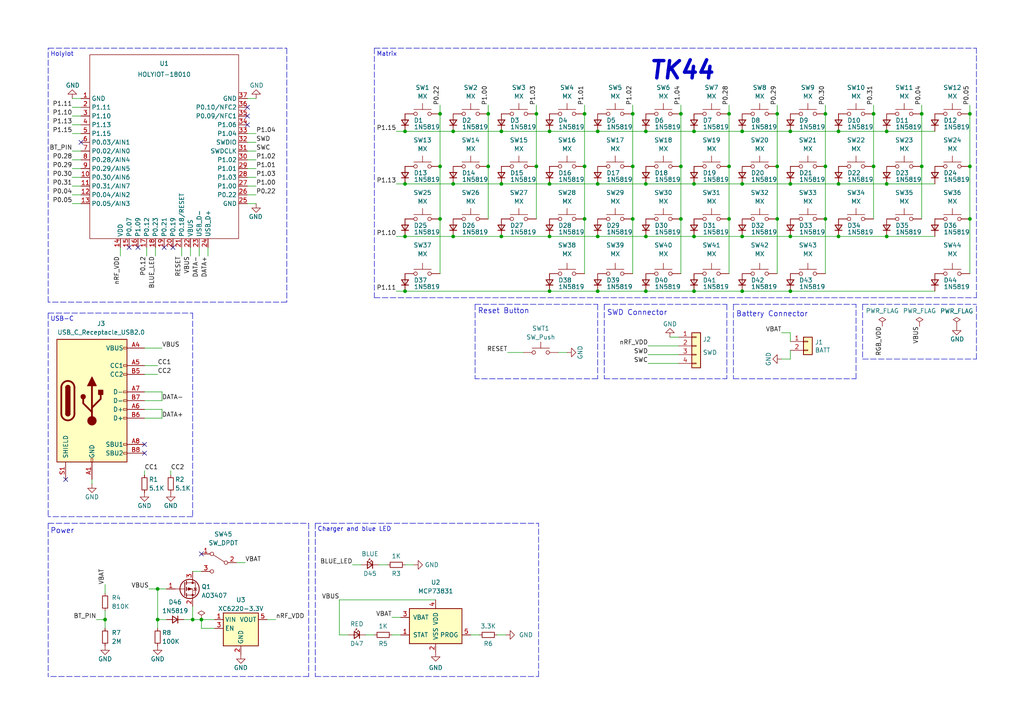
<source format=kicad_sch>
(kicad_sch (version 20211123) (generator eeschema)
  (paper "A4")
  (junction (at 201.295 38.1))
  (junction (at 141.605 48.26))
  (junction (at 131.445 38.1))
  (junction (at 211.455 63.5))
  (junction (at 243.205 68.58))
  (junction (at 197.485 33.02))
  (junction (at 257.175 68.58))
  (junction (at 281.305 48.26))
  (junction (at 173.355 53.34))
  (junction (at 239.395 33.02))
  (junction (at 211.455 48.26))
  (junction (at 159.385 53.34))
  (junction (at 55.88 179.705) (diameter 0.9144))
  (junction (at 159.385 38.1))
  (junction (at 243.205 38.1))
  (junction (at 145.415 68.58))
  (junction (at 173.355 38.1))
  (junction (at 257.175 53.34))
  (junction (at 201.295 53.34))
  (junction (at 215.265 68.58))
  (junction (at 187.325 38.1))
  (junction (at 281.305 33.02))
  (junction (at 183.515 33.02))
  (junction (at 211.455 33.02))
  (junction (at 131.445 68.58))
  (junction (at 215.265 53.34))
  (junction (at 187.325 68.58))
  (junction (at 145.415 38.1))
  (junction (at 127.635 63.5))
  (junction (at 45.72 170.815) (diameter 0.9144))
  (junction (at 183.515 48.26))
  (junction (at 169.545 48.26))
  (junction (at 253.365 48.26))
  (junction (at 229.235 68.58))
  (junction (at 201.295 68.58))
  (junction (at 173.355 68.58))
  (junction (at 243.205 53.34))
  (junction (at 215.265 84.455))
  (junction (at 169.545 33.02))
  (junction (at 229.235 84.455))
  (junction (at 30.48 179.705))
  (junction (at 239.395 63.5))
  (junction (at 155.575 48.26))
  (junction (at 145.415 53.34))
  (junction (at 187.325 53.34))
  (junction (at 197.485 63.5))
  (junction (at 117.475 84.455))
  (junction (at 225.425 63.5))
  (junction (at 173.355 84.455))
  (junction (at 253.365 33.02))
  (junction (at 117.475 68.58))
  (junction (at 127.635 33.02))
  (junction (at 169.545 63.5))
  (junction (at 197.485 48.26))
  (junction (at 201.295 84.455))
  (junction (at 155.575 33.02))
  (junction (at 141.605 33.02))
  (junction (at 159.385 68.58))
  (junction (at 257.175 38.1))
  (junction (at 187.325 84.455))
  (junction (at 267.335 48.26))
  (junction (at 267.335 33.02))
  (junction (at 117.475 53.34))
  (junction (at 215.265 38.1))
  (junction (at 229.235 38.1))
  (junction (at 159.385 84.455))
  (junction (at 45.72 179.705) (diameter 0.9144))
  (junction (at 225.425 33.02))
  (junction (at 281.305 63.5))
  (junction (at 225.425 48.26))
  (junction (at 229.235 53.34))
  (junction (at 127.635 48.26))
  (junction (at 117.475 38.1))
  (junction (at 183.515 63.5))
  (junction (at 239.395 48.26))
  (junction (at 131.445 53.34))
  (junction (at 58.42 179.705) (diameter 0.9144))
  (no_connect (at 41.91 128.905))
  (no_connect (at 58.42 160.655))
  (no_connect (at 37.465 71.755))
  (no_connect (at 47.625 71.755))
  (no_connect (at 23.495 41.275))
  (no_connect (at 50.165 71.755))
  (no_connect (at 19.05 139.065))
  (no_connect (at 41.91 131.445))
  (no_connect (at 40.005 71.755))
  (no_connect (at 71.755 33.655))
  (no_connect (at 71.755 31.115))
  (no_connect (at 71.755 36.195))
  (polyline (pts (xy 283.21 104.14) (xy 283.21 88.265)))
  (wire (pts (xy 57.785 71.755) (xy 57.785 74.295)))
  (polyline (pts (xy 55.88 90.805) (xy 55.88 149.86)))
  (wire (pts (xy 155.575 33.02) (xy 155.575 48.26)))
  (wire (pts (xy 58.42 182.245) (xy 62.23 182.245)))
  (polyline (pts (xy 55.88 149.86) (xy 13.97 149.86)) (stroke (width 0) (type dash)))
  (wire (pts (xy 30.48 177.165) (xy 30.48 179.705)))
  (wire (pts (xy 159.385 68.58) (xy 173.355 68.58)))
  (polyline (pts (xy 91.44 151.765) (xy 91.44 196.215)))
  (wire (pts (xy 113.665 179.07) (xy 116.205 179.07)))
  (polyline (pts (xy 250.19 88.265) (xy 250.19 104.14)))
  (wire (pts (xy 211.455 30.48) (xy 211.455 33.02)))
  (wire (pts (xy 229.235 104.14) (xy 226.695 104.14)))
  (wire (pts (xy 239.395 33.02) (xy 239.395 48.26)))
  (polyline (pts (xy 210.82 88.265) (xy 210.82 109.855)))
  (wire (pts (xy 215.265 53.34) (xy 229.235 53.34)))
  (wire (pts (xy 253.365 33.02) (xy 253.365 48.26)))
  (wire (pts (xy 114.935 84.455) (xy 117.475 84.455)))
  (wire (pts (xy 55.88 179.705) (xy 58.42 179.705)))
  (wire (pts (xy 267.335 33.02) (xy 267.335 48.26)))
  (wire (pts (xy 197.485 48.26) (xy 197.485 63.5)))
  (wire (pts (xy 145.415 38.1) (xy 159.385 38.1)))
  (wire (pts (xy 211.455 63.5) (xy 211.455 79.375)))
  (polyline (pts (xy 212.725 88.265) (xy 248.285 88.265)) (stroke (width 0) (type dash)))
  (wire (pts (xy 267.335 30.48) (xy 267.335 33.02)))
  (polyline (pts (xy 248.285 109.855) (xy 248.285 88.265)))
  (wire (pts (xy 98.425 173.99) (xy 98.425 184.15)))
  (wire (pts (xy 141.605 48.26) (xy 141.605 63.5)))
  (polyline (pts (xy 13.97 151.765) (xy 89.535 151.765)))
  (wire (pts (xy 20.955 51.435) (xy 23.495 51.435)))
  (wire (pts (xy 161.925 102.235) (xy 164.465 102.235)))
  (wire (pts (xy 20.955 56.515) (xy 23.495 56.515)))
  (wire (pts (xy 41.91 116.205) (xy 46.99 116.205)))
  (wire (pts (xy 71.755 48.895) (xy 74.295 48.895)))
  (wire (pts (xy 159.385 53.34) (xy 173.355 53.34)))
  (wire (pts (xy 52.705 71.755) (xy 52.705 74.295)))
  (wire (pts (xy 131.445 68.58) (xy 145.415 68.58)))
  (wire (pts (xy 173.355 38.1) (xy 187.325 38.1)))
  (wire (pts (xy 98.425 173.99) (xy 126.365 173.99)))
  (wire (pts (xy 187.96 100.33) (xy 196.85 100.33)))
  (wire (pts (xy 187.96 105.41) (xy 196.85 105.41)))
  (wire (pts (xy 201.295 38.1) (xy 215.265 38.1)))
  (wire (pts (xy 20.955 53.975) (xy 23.495 53.975)))
  (wire (pts (xy 20.955 59.055) (xy 23.495 59.055)))
  (wire (pts (xy 145.415 68.58) (xy 159.385 68.58)))
  (wire (pts (xy 211.455 33.02) (xy 211.455 48.26)))
  (wire (pts (xy 281.305 30.48) (xy 281.305 33.02)))
  (wire (pts (xy 49.53 136.525) (xy 49.53 137.795)))
  (polyline (pts (xy 13.97 151.765) (xy 13.97 196.215)))
  (wire (pts (xy 41.91 113.665) (xy 46.99 113.665)))
  (wire (pts (xy 30.48 179.705) (xy 30.48 182.245)))
  (polyline (pts (xy 173.355 109.855) (xy 137.795 109.855)))
  (wire (pts (xy 229.235 84.455) (xy 271.145 84.455)))
  (wire (pts (xy 243.205 68.58) (xy 257.175 68.58)))
  (wire (pts (xy 155.575 48.26) (xy 155.575 63.5)))
  (wire (pts (xy 71.755 59.055) (xy 74.295 59.055)))
  (wire (pts (xy 187.325 84.455) (xy 201.295 84.455)))
  (wire (pts (xy 131.445 53.34) (xy 145.415 53.34)))
  (polyline (pts (xy 13.97 13.97) (xy 83.185 13.97)))
  (wire (pts (xy 41.91 100.965) (xy 46.99 100.965)))
  (wire (pts (xy 20.955 43.815) (xy 23.495 43.815)))
  (wire (pts (xy 187.325 68.58) (xy 201.295 68.58)))
  (wire (pts (xy 267.335 48.26) (xy 267.335 63.5)))
  (wire (pts (xy 136.525 184.15) (xy 139.065 184.15)))
  (wire (pts (xy 20.955 33.655) (xy 23.495 33.655)))
  (wire (pts (xy 41.91 136.525) (xy 41.91 137.795)))
  (wire (pts (xy 20.955 38.735) (xy 23.495 38.735)))
  (wire (pts (xy 253.365 48.26) (xy 253.365 63.5)))
  (wire (pts (xy 173.355 84.455) (xy 187.325 84.455)))
  (wire (pts (xy 253.365 30.48) (xy 253.365 33.02)))
  (wire (pts (xy 243.205 53.34) (xy 257.175 53.34)))
  (wire (pts (xy 211.455 48.26) (xy 211.455 63.5)))
  (wire (pts (xy 229.235 101.6) (xy 229.235 104.14)))
  (wire (pts (xy 183.515 30.48) (xy 183.515 33.02)))
  (polyline (pts (xy 108.585 13.97) (xy 283.21 13.97)))
  (wire (pts (xy 26.67 139.065) (xy 26.67 140.335)))
  (polyline (pts (xy 175.26 88.265) (xy 210.82 88.265)) (stroke (width 0) (type dash)))
  (wire (pts (xy 187.96 102.87) (xy 196.85 102.87)))
  (wire (pts (xy 215.265 38.1) (xy 229.235 38.1)))
  (wire (pts (xy 71.755 28.575) (xy 74.295 28.575)))
  (polyline (pts (xy 13.97 87.63) (xy 13.97 13.97)))
  (wire (pts (xy 53.34 179.705) (xy 55.88 179.705)))
  (wire (pts (xy 225.425 30.48) (xy 225.425 33.02)))
  (wire (pts (xy 77.47 179.705) (xy 80.01 179.705)))
  (wire (pts (xy 239.395 30.48) (xy 239.395 33.02)))
  (wire (pts (xy 102.235 163.83) (xy 104.775 163.83)))
  (wire (pts (xy 257.175 68.58) (xy 271.145 68.58)))
  (wire (pts (xy 127.635 33.02) (xy 127.635 48.26)))
  (wire (pts (xy 71.755 38.735) (xy 74.295 38.735)))
  (wire (pts (xy 41.91 121.285) (xy 46.99 121.285)))
  (wire (pts (xy 114.935 68.58) (xy 117.475 68.58)))
  (wire (pts (xy 281.305 48.26) (xy 281.305 63.5)))
  (wire (pts (xy 201.295 84.455) (xy 215.265 84.455)))
  (wire (pts (xy 55.245 71.755) (xy 55.245 74.295)))
  (wire (pts (xy 229.235 38.1) (xy 243.205 38.1)))
  (wire (pts (xy 147.193 102.235) (xy 151.765 102.235)))
  (wire (pts (xy 215.265 84.455) (xy 229.235 84.455)))
  (polyline (pts (xy 212.725 109.855) (xy 248.285 109.855)))
  (wire (pts (xy 20.955 28.575) (xy 23.495 28.575)))
  (wire (pts (xy 243.205 38.1) (xy 257.175 38.1)))
  (wire (pts (xy 45.72 179.705) (xy 45.72 182.245)))
  (wire (pts (xy 106.045 184.15) (xy 108.585 184.15)))
  (wire (pts (xy 257.175 38.1) (xy 271.145 38.1)))
  (wire (pts (xy 46.99 113.665) (xy 46.99 116.205)))
  (polyline (pts (xy 89.535 196.215) (xy 13.97 196.215)))
  (wire (pts (xy 257.175 53.34) (xy 271.145 53.34)))
  (wire (pts (xy 127.635 30.48) (xy 127.635 33.02)))
  (wire (pts (xy 20.955 31.115) (xy 23.495 31.115)))
  (polyline (pts (xy 91.44 196.215) (xy 156.21 196.215)))
  (polyline (pts (xy 83.185 13.97) (xy 83.185 87.63)))
  (wire (pts (xy 173.355 68.58) (xy 187.325 68.58)))
  (wire (pts (xy 239.395 63.5) (xy 239.395 79.375)))
  (wire (pts (xy 187.325 53.34) (xy 201.295 53.34)))
  (wire (pts (xy 114.935 38.1) (xy 117.475 38.1)))
  (wire (pts (xy 58.42 179.705) (xy 62.23 179.705)))
  (polyline (pts (xy 250.19 104.14) (xy 283.21 104.14)))
  (wire (pts (xy 159.385 84.455) (xy 173.355 84.455)))
  (wire (pts (xy 41.91 108.585) (xy 45.72 108.585)))
  (polyline (pts (xy 175.26 109.855) (xy 210.82 109.855)) (stroke (width 0) (type dash)))
  (polyline (pts (xy 156.21 196.215) (xy 156.21 151.765)))
  (wire (pts (xy 42.545 71.755) (xy 42.545 74.295)))
  (wire (pts (xy 71.755 53.975) (xy 74.295 53.975)))
  (wire (pts (xy 68.58 163.195) (xy 71.12 163.195)))
  (wire (pts (xy 46.99 118.745) (xy 46.99 121.285)))
  (wire (pts (xy 229.235 99.06) (xy 229.235 96.52)))
  (wire (pts (xy 109.855 163.83) (xy 112.395 163.83)))
  (wire (pts (xy 45.085 71.755) (xy 45.085 74.295)))
  (wire (pts (xy 141.605 33.02) (xy 141.605 48.26)))
  (wire (pts (xy 187.325 38.1) (xy 201.295 38.1)))
  (wire (pts (xy 117.475 163.83) (xy 120.015 163.83)))
  (wire (pts (xy 197.485 63.5) (xy 197.485 79.375)))
  (wire (pts (xy 20.955 36.195) (xy 23.495 36.195)))
  (wire (pts (xy 71.755 41.275) (xy 74.295 41.275)))
  (polyline (pts (xy 83.185 87.63) (xy 13.97 87.63)))
  (wire (pts (xy 117.475 84.455) (xy 159.385 84.455)))
  (wire (pts (xy 225.425 48.26) (xy 225.425 63.5)))
  (wire (pts (xy 113.665 184.15) (xy 116.205 184.15)))
  (wire (pts (xy 20.955 46.355) (xy 23.495 46.355)))
  (wire (pts (xy 55.88 165.735) (xy 58.42 165.735)))
  (wire (pts (xy 144.145 184.15) (xy 146.685 184.15)))
  (wire (pts (xy 229.235 68.58) (xy 243.205 68.58)))
  (wire (pts (xy 169.545 30.48) (xy 169.545 33.02)))
  (polyline (pts (xy 89.535 151.765) (xy 89.535 196.215)))
  (wire (pts (xy 60.325 71.755) (xy 60.325 74.295)))
  (wire (pts (xy 117.475 38.1) (xy 131.445 38.1)))
  (wire (pts (xy 197.485 30.48) (xy 197.485 33.02)))
  (polyline (pts (xy 13.97 90.805) (xy 13.97 149.86)))
  (wire (pts (xy 41.91 106.045) (xy 45.72 106.045)))
  (wire (pts (xy 71.755 56.515) (xy 74.295 56.515)))
  (wire (pts (xy 98.425 184.15) (xy 100.965 184.15)))
  (wire (pts (xy 155.575 30.48) (xy 155.575 33.02)))
  (wire (pts (xy 127.635 48.26) (xy 127.635 63.5)))
  (wire (pts (xy 201.295 53.34) (xy 215.265 53.34)))
  (polyline (pts (xy 108.585 13.97) (xy 108.585 86.36)))
  (wire (pts (xy 55.88 175.895) (xy 55.88 179.705)))
  (wire (pts (xy 169.545 63.5) (xy 169.545 79.375)))
  (wire (pts (xy 225.425 33.02) (xy 225.425 48.26)))
  (wire (pts (xy 183.515 63.5) (xy 183.515 79.375)))
  (wire (pts (xy 197.485 33.02) (xy 197.485 48.26)))
  (wire (pts (xy 45.72 170.815) (xy 45.72 179.705)))
  (wire (pts (xy 30.48 169.545) (xy 30.48 172.085)))
  (wire (pts (xy 183.515 48.26) (xy 183.515 63.5)))
  (polyline (pts (xy 173.355 88.265) (xy 173.355 109.855)))
  (polyline (pts (xy 212.725 88.265) (xy 212.725 109.855)))
  (wire (pts (xy 145.415 53.34) (xy 159.385 53.34)))
  (wire (pts (xy 114.935 53.34) (xy 117.475 53.34)))
  (wire (pts (xy 127.635 63.5) (xy 127.635 79.375)))
  (polyline (pts (xy 13.97 90.805) (xy 55.88 90.805)) (stroke (width 0) (type dash)))
  (polyline (pts (xy 250.19 88.265) (xy 283.21 88.265)))
  (polyline (pts (xy 108.585 86.36) (xy 283.21 86.36)))
  (wire (pts (xy 141.605 30.48) (xy 141.605 33.02)))
  (wire (pts (xy 20.955 48.895) (xy 23.495 48.895)))
  (wire (pts (xy 58.42 179.705) (xy 58.42 182.245)))
  (wire (pts (xy 71.755 43.815) (xy 74.295 43.815)))
  (polyline (pts (xy 175.26 88.265) (xy 175.26 109.855)))
  (wire (pts (xy 43.18 170.815) (xy 45.72 170.815)))
  (wire (pts (xy 117.475 68.58) (xy 131.445 68.58)))
  (wire (pts (xy 117.475 53.34) (xy 131.445 53.34)))
  (wire (pts (xy 281.305 33.02) (xy 281.305 48.26)))
  (polyline (pts (xy 137.795 88.265) (xy 173.355 88.265)) (stroke (width 0) (type dash)))
  (wire (pts (xy 71.755 51.435) (xy 74.295 51.435)))
  (polyline (pts (xy 91.44 151.765) (xy 156.21 151.765)))
  (wire (pts (xy 194.31 97.79) (xy 196.85 97.79)))
  (wire (pts (xy 45.72 170.815) (xy 48.26 170.815)))
  (wire (pts (xy 34.925 71.755) (xy 34.925 74.295)))
  (wire (pts (xy 239.395 48.26) (xy 239.395 63.5)))
  (wire (pts (xy 45.72 179.705) (xy 48.26 179.705)))
  (polyline (pts (xy 283.21 86.36) (xy 283.21 13.97)))
  (wire (pts (xy 225.425 63.5) (xy 225.425 79.375)))
  (wire (pts (xy 169.545 33.02) (xy 169.545 48.26)))
  (wire (pts (xy 281.305 63.5) (xy 281.305 79.375)))
  (wire (pts (xy 159.385 38.1) (xy 173.355 38.1)))
  (wire (pts (xy 27.94 179.705) (xy 30.48 179.705)))
  (wire (pts (xy 71.755 46.355) (xy 74.295 46.355)))
  (wire (pts (xy 169.545 48.26) (xy 169.545 63.5)))
  (polyline (pts (xy 137.795 88.265) (xy 137.795 109.855)))
  (wire (pts (xy 215.265 68.58) (xy 229.235 68.58)))
  (wire (pts (xy 229.235 96.52) (xy 226.695 96.52)))
  (wire (pts (xy 201.295 68.58) (xy 215.265 68.58)))
  (wire (pts (xy 183.515 33.02) (xy 183.515 48.26)))
  (wire (pts (xy 131.445 38.1) (xy 145.415 38.1)))
  (wire (pts (xy 229.235 53.34) (xy 243.205 53.34)))
  (wire (pts (xy 173.355 53.34) (xy 187.325 53.34)))
  (wire (pts (xy 41.91 118.745) (xy 46.99 118.745)))
  (text "HolyIot" (at 14.605 16.51 0) (effects (font (size 1.27 1.27)) (justify left bottom)))
  (text "USB-C" (at 14.605 93.345 0) (effects (font (size 1.27 1.27)) (justify left bottom)))
  (text "Power" (at 14.605 154.94 0) (effects (font (size 1.524 1.524)) (justify left bottom)))
  (text "TK44" (at 187.96 23.495 0) (effects (font (size 5 5) (thickness 1) bold italic) (justify left bottom)))
  (text "SWD Сonnector" (at 176.022 91.694 0) (effects (font (size 1.524 1.524)) (justify left bottom)))
  (text "Reset Button" (at 138.557 91.186 0) (effects (font (size 1.524 1.524)) (justify left bottom)))
  (text "Battery Сonnector" (at 213.487 92.075 0) (effects (font (size 1.524 1.524)) (justify left bottom)))
  (text "Charger and blue LED" (at 92.075 154.305 0) (effects (font (size 1.27 1.27)) (justify left bottom)))
  (text "Matrix" (at 109.22 16.51 0) (effects (font (size 1.27 1.27)) (justify left bottom)))
  (label "P1.00" (at 74.295 53.975 0))
  (label "P1.03" (at 74.295 51.435 0))
  (label "P0.29" (at 225.425 30.48 90))
  (label "DATA+" (at 60.325 74.295 270))
  (label "nRF_VDD" (at 187.96 100.33 180))
  (label "P1.10" (at 20.955 33.655 180))
  (label "SWC" (at 187.96 105.41 180))
  (label "P1.15" (at 114.935 38.1 180))
  (label "P1.02" (at 74.295 46.355 0))
  (label "P0.04" (at 267.335 30.48 90))
  (label "P0.28" (at 20.955 46.355 180))
  (label "P1.15" (at 20.955 38.735 180))
  (label "P0.31" (at 253.365 30.48 90))
  (label "P0.28" (at 211.455 30.48 90))
  (label "P1.02" (at 183.515 30.48 90))
  (label "P0.22" (at 74.295 56.515 0))
  (label "CC2" (at 49.53 136.525 0))
  (label "P0.29" (at 20.955 48.895 180))
  (label "VBAT" (at 71.12 163.195 0))
  (label "P0.05" (at 281.305 30.48 90))
  (label "P1.11" (at 114.935 84.455 180))
  (label "CC2" (at 45.72 108.585 0))
  (label "DATA-" (at 57.785 74.295 270))
  (label "VBAT" (at 226.695 96.52 180))
  (label "SWC" (at 74.295 43.815 0))
  (label "P1.04" (at 74.295 38.735 0))
  (label "VBUS" (at 266.7 94.615 270))
  (label "DATA+" (at 46.99 121.285 0))
  (label "P1.10" (at 114.935 68.58 180))
  (label "RGB_VDD" (at 255.905 94.615 270))
  (label "SWD" (at 74.295 41.275 0))
  (label "VBUS" (at 46.99 100.965 0))
  (label "P1.01" (at 169.545 30.48 90))
  (label "DATA-" (at 46.99 116.205 0))
  (label "VBUS" (at 98.425 173.99 180))
  (label "nRF_VDD" (at 34.925 74.295 270))
  (label "P1.11" (at 20.955 31.115 180))
  (label "BT_PIN" (at 20.955 43.815 180))
  (label "BLUE_LED" (at 45.085 74.295 270))
  (label "nRF_VDD" (at 80.01 179.705 0))
  (label "VBUS" (at 43.18 170.815 180))
  (label "P0.30" (at 20.955 51.435 180))
  (label "BT_PIN" (at 27.94 179.705 180))
  (label "P1.13" (at 114.935 53.34 180))
  (label "CC1" (at 41.91 136.525 0))
  (label "RESET" (at 147.193 102.235 180))
  (label "P0.04" (at 20.955 56.515 180))
  (label "P0.31" (at 20.955 53.975 180))
  (label "P0.22" (at 127.635 30.48 90))
  (label "P1.13" (at 20.955 36.195 180))
  (label "P1.03" (at 155.575 30.48 90))
  (label "RESET" (at 52.705 74.295 270))
  (label "P1.00" (at 141.605 30.48 90))
  (label "P0.05" (at 20.955 59.055 180))
  (label "VBAT" (at 113.665 179.07 180))
  (label "P0.30" (at 239.395 30.48 90))
  (label "P0.12" (at 42.545 74.295 270))
  (label "CC1" (at 45.72 106.045 0))
  (label "VBAT" (at 30.48 169.545 90))
  (label "VBUS" (at 55.245 74.295 270))
  (label "SWD" (at 187.96 102.87 180))
  (label "P1.01" (at 74.295 48.895 0))
  (label "P1.04" (at 197.485 30.48 90))
  (label "BLUE_LED" (at 102.235 163.83 180))
  (symbol (lib_id "Switch:SW_Push") (at 150.495 33.02 0) (unit 1)
    (property "Reference" "SW3" (at 150.495 25.4 0))
    (property "Value" "MX" (at 150.495 27.94 0))
    (property "Footprint" "TK44:Switch_Mx_Hotswap_1u" (effects hide))
  )
  (symbol (lib_id "Device:D_Small") (at 215.265 35.56 90) (unit 1)
    (property "Reference" "D8" (at 217.805 34.925 90) (effects (justify right)))
    (property "Value" "1N5819" (at 217.805 36.83 90) (effects (justify right)))
    (property "Footprint" "TK44:D_SOD-123" (effects hide))
  )
  (symbol (lib_id "Switch:SW_Push") (at 122.555 63.5 0) (unit 1)
    (property "Reference" "SW25" (at 122.555 55.88 0))
    (property "Value" "MX" (at 122.555 58.42 0))
    (property "Footprint" "TK44:Switch_Mx_Hotswap_1u" (effects hide))
  )
  (symbol (lib_id "Device:D_Small") (at 201.295 81.915 90) (unit 1)
    (property "Reference" "D41" (at 203.835 81.28 90) (effects (justify right)))
    (property "Value" "1N5819" (at 203.835 83.185 90) (effects (justify right)))
    (property "Footprint" "TK44:D_SOD-123" (effects hide))
  )
  (symbol (lib_id "Device:D_Small") (at 117.475 66.04 90) (unit 1)
    (property "Reference" "D25" (at 120.015 65.405 90) (effects (justify right)))
    (property "Value" "1N5819" (at 120.015 67.31 90) (effects (justify right)))
    (property "Footprint" "TK44:D_SOD-123" (effects hide))
  )
  (symbol (lib_id "Device:D_Small") (at 50.8 179.705 180) (unit 1)
    (property "Reference" "D46" (at 50.8 174.625 0))
    (property "Value" "1N5819" (at 50.8 177.165 0))
    (property "Footprint" "TK44:D_SOD-123" (effects hide))
  )
  (symbol (lib_id "Device:R_Small") (at 141.605 184.15 90) (unit 1)
    (property "Reference" "R6" (at 141.605 186.69 90))
    (property "Value" "3.3K" (at 141.605 181.61 90))
    (property "Footprint" "TK44:R_0603" (effects hide))
  )
  (symbol (lib_id "power:GND") (at 146.685 184.15 90) (unit 1)
    (property "Reference" "#PWR012" (effects hide))
    (property "Value" "GND" (at 150.495 184.1499 90) (effects (justify right)))
  )
  (symbol (lib_id "power:GND") (at 277.495 94.615 0) (unit 1)
    (property "Reference" "#PWR04" (effects hide))
    (property "Value" "GND" (at 277.622 98.3742 0))
  )
  (symbol (lib_id "Switch:SW_Push") (at 276.225 48.26 0) (unit 1)
    (property "Reference" "SW24" (at 276.225 40.64 0))
    (property "Value" "MX" (at 276.225 43.18 0))
    (property "Footprint" "TK44:Switch_Mx_Hotswap_1u" (effects hide))
  )
  (symbol (lib_id "Device:D_Small") (at 215.265 50.8 90) (unit 1)
    (property "Reference" "D20" (at 217.805 50.165 90) (effects (justify right)))
    (property "Value" "1N5819" (at 217.805 52.07 90) (effects (justify right)))
    (property "Footprint" "TK44:D_SOD-123" (effects hide))
  )
  (symbol (lib_id "Switch:SW_Push") (at 276.225 33.02 0) (unit 1)
    (property "Reference" "SW12" (at 276.225 25.4 0))
    (property "Value" "MX" (at 276.225 27.94 0))
    (property "Footprint" "TK44:Switch_Mx_Hotswap_1u" (effects hide))
  )
  (symbol (lib_id "power:GND") (at 30.48 187.325 0) (unit 1)
    (property "Reference" "#PWR013" (effects hide))
    (property "Value" "GND" (at 30.48 191.135 0))
  )
  (symbol (lib_id "Device:D_Small") (at 201.295 35.56 90) (unit 1)
    (property "Reference" "D7" (at 203.835 34.925 90) (effects (justify right)))
    (property "Value" "1N5819" (at 203.835 36.83 90) (effects (justify right)))
    (property "Footprint" "TK44:D_SOD-123" (effects hide))
  )
  (symbol (lib_id "Device:D_Small") (at 131.445 50.8 90) (unit 1)
    (property "Reference" "D14" (at 133.985 50.165 90) (effects (justify right)))
    (property "Value" "1N5819" (at 133.985 52.07 90) (effects (justify right)))
    (property "Footprint" "TK44:D_SOD-123" (effects hide))
  )
  (symbol (lib_id "power:GND") (at 126.365 189.23 0) (unit 1)
    (property "Reference" "#PWR015" (effects hide))
    (property "Value" "GND" (at 126.365 193.675 0))
  )
  (symbol (lib_id "Switch:SW_Push") (at 248.285 63.5 0) (unit 1)
    (property "Reference" "SW34" (at 248.285 55.88 0))
    (property "Value" "MX" (at 248.285 58.42 0))
    (property "Footprint" "TK44:Switch_Mx_Hotswap_1u" (effects hide))
  )
  (symbol (lib_id "Device:R_Small") (at 41.91 140.335 0) (unit 1)
    (property "Reference" "R1" (at 43.18 139.0649 0) (effects (justify left)))
    (property "Value" "5.1K" (at 43.18 141.6049 0) (effects (justify left)))
    (property "Footprint" "TK44:R_0603" (effects hide))
  )
  (symbol (lib_id "Switch:SW_Push") (at 192.405 48.26 0) (unit 1)
    (property "Reference" "SW18" (at 192.405 40.64 0))
    (property "Value" "MX" (at 192.405 43.18 0))
    (property "Footprint" "TK44:Switch_Mx_Hotswap_1u" (effects hide))
  )
  (symbol (lib_id "Device:D_Small") (at 243.205 35.56 90) (unit 1)
    (property "Reference" "D10" (at 245.745 34.925 90) (effects (justify right)))
    (property "Value" "1N5819" (at 245.745 36.83 90) (effects (justify right)))
    (property "Footprint" "TK44:D_SOD-123" (effects hide))
  )
  (symbol (lib_id "power:GND") (at 20.955 28.575 180) (unit 1)
    (property "Reference" "#PWR01" (effects hide))
    (property "Value" "GND" (at 19.05 24.765 0) (effects (justify right)))
  )
  (symbol (lib_id "TK44:MSK12C02") (at 63.5 163.195 0) (mirror y) (unit 1)
    (property "Reference" "SW45" (at 64.77 154.94 0))
    (property "Value" "SW_DPDT" (at 64.77 157.48 0))
    (property "Footprint" "TK44:MSK-12C02" (effects hide))
  )
  (symbol (lib_id "Connector:USB_C_Receptacle_USB2.0") (at 26.67 116.205 0) (unit 1)
    (property "Reference" "J3" (at 29.337 93.853 0))
    (property "Value" "USB_C_Receptacle_USB2.0" (at 29.337 96.393 0))
    (property "Footprint" "TK44:USB-C-C168688" (effects hide))
    (property "Datasheet" "https://www.usb.org/sites/default/files/documents/usb_type-c.zip" (effects hide))
  )
  (symbol (lib_id "Switch:SW_Push") (at 234.315 48.26 0) (unit 1)
    (property "Reference" "SW21" (at 234.315 40.64 0))
    (property "Value" "MX" (at 234.315 43.18 0))
    (property "Footprint" "TK44:Switch_Mx_Hotswap_1u" (effects hide))
  )
  (symbol (lib_id "Switch:SW_Push") (at 262.255 63.5 0) (unit 1)
    (property "Reference" "SW35" (at 262.255 55.88 0))
    (property "Value" "MX" (at 262.255 58.42 0))
    (property "Footprint" "TK44:Switch_Mx_Hotswap_1u" (effects hide))
  )
  (symbol (lib_id "Device:D_Small") (at 229.235 81.915 90) (unit 1)
    (property "Reference" "D43" (at 231.775 81.28 90) (effects (justify right)))
    (property "Value" "1N5819" (at 231.775 83.185 90) (effects (justify right)))
    (property "Footprint" "TK44:D_SOD-123" (effects hide))
  )
  (symbol (lib_id "Device:LED_Small") (at 107.315 163.83 0) (mirror y) (unit 1)
    (property "Reference" "D45" (at 107.315 166.37 0))
    (property "Value" "BLUE" (at 107.315 160.655 0))
    (property "Footprint" "TK44:LED_0603" (effects hide))
  )
  (symbol (lib_id "Device:D_Small") (at 117.475 50.8 90) (unit 1)
    (property "Reference" "D13" (at 120.015 50.165 90) (effects (justify right)))
    (property "Value" "1N5819" (at 120.015 52.07 90) (effects (justify right)))
    (property "Footprint" "TK44:D_SOD-123" (effects hide))
  )
  (symbol (lib_id "Device:D_Small") (at 159.385 66.04 90) (unit 1)
    (property "Reference" "D28" (at 161.925 65.405 90) (effects (justify right)))
    (property "Value" "1N5819" (at 161.925 67.31 90) (effects (justify right)))
    (property "Footprint" "TK44:D_SOD-123" (effects hide))
  )
  (symbol (lib_id "TK44:AP2112K-3.3V") (at 69.85 182.245 0) (unit 1)
    (property "Reference" "U3" (at 69.85 173.99 0))
    (property "Value" "XC6220-3.3V" (at 69.85 176.53 0))
    (property "Footprint" "TK44:SOT-23-5" (effects hide))
  )
  (symbol (lib_id "Switch:SW_Push") (at 220.345 79.375 0) (unit 1)
    (property "Reference" "SW42" (at 220.345 71.12 0))
    (property "Value" "MX" (at 220.345 73.66 0))
    (property "Footprint" "TK44:Switch_Mx_Hotswap_1u" (effects hide))
  )
  (symbol (lib_id "power:GND") (at 74.295 59.055 0) (unit 1)
    (property "Reference" "#PWR03" (effects hide))
    (property "Value" "GND" (at 76.2 62.865 0) (effects (justify right)))
  )
  (symbol (lib_id "Switch:SW_Push") (at 164.465 63.5 0) (unit 1)
    (property "Reference" "SW28" (at 164.465 55.88 0))
    (property "Value" "MX" (at 164.465 58.42 0))
    (property "Footprint" "TK44:Switch_Mx_Hotswap_1u" (effects hide))
  )
  (symbol (lib_id "Device:D_Small") (at 159.385 81.915 90) (unit 1)
    (property "Reference" "D38" (at 161.925 81.28 90) (effects (justify right)))
    (property "Value" "1N5819" (at 161.925 83.185 90) (effects (justify right)))
    (property "Footprint" "TK44:D_SOD-123" (effects hide))
  )
  (symbol (lib_id "Switch:SW_Push") (at 192.405 79.375 0) (unit 1)
    (property "Reference" "SW40" (at 192.405 71.12 0))
    (property "Value" "MX" (at 192.405 73.66 0))
    (property "Footprint" "TK44:Switch_Mx_Hotswap_1.25u" (effects hide))
  )
  (symbol (lib_id "Switch:SW_Push") (at 276.225 63.5 0) (unit 1)
    (property "Reference" "SW36" (at 276.225 55.88 0))
    (property "Value" "MX" (at 276.225 58.42 0))
    (property "Footprint" "TK44:Switch_Mx_Hotswap_1u" (effects hide))
  )
  (symbol (lib_id "Device:D_Small") (at 145.415 50.8 90) (unit 1)
    (property "Reference" "D15" (at 147.955 50.165 90) (effects (justify right)))
    (property "Value" "1N5819" (at 147.955 52.07 90) (effects (justify right)))
    (property "Footprint" "TK44:D_SOD-123" (effects hide))
  )
  (symbol (lib_id "Switch:SW_Push") (at 206.375 63.5 0) (unit 1)
    (property "Reference" "SW31" (at 206.375 55.88 0))
    (property "Value" "MX" (at 206.375 58.42 0))
    (property "Footprint" "TK44:Switch_Mx_Hotswap_1u" (effects hide))
  )
  (symbol (lib_id "Battery_Management:MCP73832-2-OT") (at 126.365 181.61 0) (mirror y) (unit 1)
    (property "Reference" "U2" (at 126.365 168.91 0))
    (property "Value" "MCP73831" (at 126.365 171.45 0))
    (property "Footprint" "TK44:SOT-23-5" (effects hide))
    (property "Datasheet" "http://ww1.microchip.com/downloads/en/DeviceDoc/20001984g.pdf" (effects hide))
  )
  (symbol (lib_id "Device:D_Small") (at 271.145 35.56 90) (unit 1)
    (property "Reference" "D12" (at 273.685 34.925 90) (effects (justify right)))
    (property "Value" "1N5819" (at 273.685 36.83 90) (effects (justify right)))
    (property "Footprint" "TK44:D_SOD-123" (effects hide))
  )
  (symbol (lib_id "Device:D_Small") (at 271.145 66.04 90) (unit 1)
    (property "Reference" "D36" (at 273.685 65.405 90) (effects (justify right)))
    (property "Value" "1N5819" (at 273.685 67.31 90) (effects (justify right)))
    (property "Footprint" "TK44:D_SOD-123" (effects hide))
  )
  (symbol (lib_id "Switch:SW_Push") (at 178.435 63.5 0) (unit 1)
    (property "Reference" "SW29" (at 178.435 55.88 0))
    (property "Value" "MX" (at 178.435 58.42 0))
    (property "Footprint" "TK44:Switch_Mx_Hotswap_1u" (effects hide))
  )
  (symbol (lib_id "Device:D_Small") (at 117.475 35.56 90) (unit 1)
    (property "Reference" "D1" (at 120.015 34.925 90) (effects (justify right)))
    (property "Value" "1N5819" (at 120.015 36.83 90) (effects (justify right)))
    (property "Footprint" "TK44:D_SOD-123" (effects hide))
  )
  (symbol (lib_id "power:GND") (at 74.295 28.575 180) (unit 1)
    (property "Reference" "#PWR02" (effects hide))
    (property "Value" "GND" (at 72.39 24.765 0) (effects (justify right)))
  )
  (symbol (lib_id "Switch:SW_Push") (at 178.435 48.26 0) (unit 1)
    (property "Reference" "SW17" (at 178.435 40.64 0))
    (property "Value" "MX" (at 178.435 43.18 0))
    (property "Footprint" "TK44:Switch_Mx_Hotswap_1u" (effects hide))
  )
  (symbol (lib_id "Device:D_Small") (at 243.205 66.04 90) (unit 1)
    (property "Reference" "D34" (at 245.745 65.405 90) (effects (justify right)))
    (property "Value" "1N5819" (at 245.745 67.31 90) (effects (justify right)))
    (property "Footprint" "TK44:D_SOD-123" (effects hide))
  )
  (symbol (lib_id "Switch:SW_Push") (at 206.375 79.375 0) (unit 1)
    (property "Reference" "SW41" (at 206.375 71.12 0))
    (property "Value" "MX" (at 206.375 73.66 0))
    (property "Footprint" "TK44:Switch_Mx_Hotswap_1.25u" (effects hide))
  )
  (symbol (lib_id "Switch:SW_Push") (at 234.315 33.02 0) (unit 1)
    (property "Reference" "SW9" (at 234.315 25.4 0))
    (property "Value" "MX" (at 234.315 27.94 0))
    (property "Footprint" "TK44:Switch_Mx_Hotswap_1u" (effects hide))
  )
  (symbol (lib_id "Switch:SW_Push") (at 122.555 33.02 0) (unit 1)
    (property "Reference" "SW1" (at 122.555 25.4 0))
    (property "Value" "MX" (at 122.555 27.94 0))
    (property "Footprint" "TK44:Switch_Mx_Hotswap_1u" (effects hide))
  )
  (symbol (lib_id "power:PWR_FLAG") (at 58.42 179.705 0) (unit 1)
    (property "Reference" "#FLG04" (effects hide))
    (property "Value" "PWR_FLAG" (effects hide))
  )
  (symbol (lib_id "Device:D_Small") (at 257.175 35.56 90) (unit 1)
    (property "Reference" "D11" (at 259.715 34.925 90) (effects (justify right)))
    (property "Value" "1N5819" (at 259.715 36.83 90) (effects (justify right)))
    (property "Footprint" "TK44:D_SOD-123" (effects hide))
  )
  (symbol (lib_id "power:GND") (at 26.67 140.335 0) (unit 1)
    (property "Reference" "#PWR08" (effects hide))
    (property "Value" "GND" (at 26.67 144.145 0))
  )
  (symbol (lib_id "Device:D_Small") (at 173.355 81.915 90) (unit 1)
    (property "Reference" "D39" (at 175.895 81.28 90) (effects (justify right)))
    (property "Value" "1N5819" (at 175.895 83.185 90) (effects (justify right)))
    (property "Footprint" "TK44:D_SOD-123" (effects hide))
  )
  (symbol (lib_id "Device:R_Small") (at 114.935 163.83 90) (unit 1)
    (property "Reference" "R3" (at 114.935 166.37 90))
    (property "Value" "1K" (at 114.935 161.29 90))
    (property "Footprint" "TK44:R_0603" (effects hide))
  )
  (symbol (lib_id "Device:D_Small") (at 243.205 50.8 90) (unit 1)
    (property "Reference" "D22" (at 245.745 50.165 90) (effects (justify right)))
    (property "Value" "1N5819" (at 245.745 52.07 90) (effects (justify right)))
    (property "Footprint" "TK44:D_SOD-123" (effects hide))
  )
  (symbol (lib_id "Device:R_Small") (at 49.53 140.335 0) (unit 1)
    (property "Reference" "R2" (at 50.8 139.0649 0) (effects (justify left)))
    (property "Value" "5.1K" (at 50.8 141.6049 0) (effects (justify left)))
    (property "Footprint" "TK44:R_0603" (effects hide))
  )
  (symbol (lib_id "Device:D_Small") (at 187.325 50.8 90) (unit 1)
    (property "Reference" "D18" (at 189.865 50.165 90) (effects (justify right)))
    (property "Value" "1N5819" (at 189.865 52.07 90) (effects (justify right)))
    (property "Footprint" "TK44:D_SOD-123" (effects hide))
  )
  (symbol (lib_id "Device:D_Small") (at 201.295 66.04 90) (unit 1)
    (property "Reference" "D31" (at 203.835 65.405 90) (effects (justify right)))
    (property "Value" "1N5819" (at 203.835 67.31 90) (effects (justify right)))
    (property "Footprint" "TK44:D_SOD-123" (effects hide))
  )
  (symbol (lib_id "Device:D_Small") (at 187.325 35.56 90) (unit 1)
    (property "Reference" "D6" (at 189.865 34.925 90) (effects (justify right)))
    (property "Value" "1N5819" (at 189.865 36.83 90) (effects (justify right)))
    (property "Footprint" "TK44:D_SOD-123" (effects hide))
  )
  (symbol (lib_id "power:PWR_FLAG") (at 266.7 94.615 0) (unit 1)
    (property "Reference" "#FLG02" (effects hide))
    (property "Value" "PWR_FLAG" (at 266.7 90.17 0))
  )
  (symbol (lib_id "Device:D_Small") (at 215.265 66.04 90) (unit 1)
    (property "Reference" "D32" (at 217.805 65.405 90) (effects (justify right)))
    (property "Value" "1N5819" (at 217.805 67.31 90) (effects (justify right)))
    (property "Footprint" "TK44:D_SOD-123" (effects hide))
  )
  (symbol (lib_id "Switch:SW_Push") (at 156.845 102.235 0) (unit 1)
    (property "Reference" "SWT1" (at 156.845 95.25 0))
    (property "Value" "SW_Push" (at 156.845 97.79 0))
    (property "Footprint" "TK44:K2-1187SQ" (effects hide))
  )
  (symbol (lib_id "Device:D_Small") (at 271.145 50.8 90) (unit 1)
    (property "Reference" "D24" (at 273.685 50.165 90) (effects (justify right)))
    (property "Value" "1N5819" (at 273.685 52.07 90) (effects (justify right)))
    (property "Footprint" "TK44:D_SOD-123" (effects hide))
  )
  (symbol (lib_id "Device:D_Small") (at 257.175 66.04 90) (unit 1)
    (property "Reference" "D35" (at 259.715 65.405 90) (effects (justify right)))
    (property "Value" "1N5819" (at 259.715 67.31 90) (effects (justify right)))
    (property "Footprint" "TK44:D_SOD-123" (effects hide))
  )
  (symbol (lib_id "Switch:SW_Push") (at 234.315 63.5 0) (unit 1)
    (property "Reference" "SW33" (at 234.315 55.88 0))
    (property "Value" "MX" (at 234.315 58.42 0))
    (property "Footprint" "TK44:Switch_Mx_Hotswap_1u" (effects hide))
  )
  (symbol (lib_id "Connector_Generic:Conn_01x02") (at 234.315 99.06 0) (unit 1)
    (property "Reference" "J1" (at 236.347 99.2632 0) (effects (justify left)))
    (property "Value" "BATT" (at 236.347 101.5746 0) (effects (justify left)))
    (property "Footprint" "TK44:Battery_Connector" (effects hide))
  )
  (symbol (lib_id "Switch:SW_Push") (at 150.495 63.5 0) (unit 1)
    (property "Reference" "SW27" (at 150.495 55.88 0))
    (property "Value" "MX" (at 150.495 58.42 0))
    (property "Footprint" "TK44:Switch_Mx_Hotswap_1u" (effects hide))
  )
  (symbol (lib_id "Switch:SW_Push") (at 122.555 79.375 0) (unit 1)
    (property "Reference" "SW37" (at 122.555 71.12 0))
    (property "Value" "MX" (at 122.555 73.66 0))
    (property "Footprint" "TK44:Switch_Mx_Hotswap_1u" (effects hide))
  )
  (symbol (lib_id "Device:R_Small") (at 30.48 184.785 0) (unit 1)
    (property "Reference" "R7" (at 32.385 183.5149 0) (effects (justify left)))
    (property "Value" "2M" (at 32.385 186.0549 0) (effects (justify left)))
    (property "Footprint" "TK44:R_0603" (effects hide))
  )
  (symbol (lib_id "Device:D_Small") (at 131.445 66.04 90) (unit 1)
    (property "Reference" "D26" (at 133.985 65.405 90) (effects (justify right)))
    (property "Value" "1N5819" (at 133.985 67.31 90) (effects (justify right)))
    (property "Footprint" "TK44:D_SOD-123" (effects hide))
  )
  (symbol (lib_id "Device:R_Small") (at 30.48 174.625 0) (unit 1)
    (property "Reference" "R4" (at 32.385 173.3549 0) (effects (justify left)))
    (property "Value" "810K" (at 32.385 175.8949 0) (effects (justify left)))
    (property "Footprint" "TK44:R_0603" (effects hide))
  )
  (symbol (lib_id "Device:D_Small") (at 173.355 50.8 90) (unit 1)
    (property "Reference" "D17" (at 175.895 50.165 90) (effects (justify right)))
    (property "Value" "1N5819" (at 175.895 52.07 90) (effects (justify right)))
    (property "Footprint" "TK44:D_SOD-123" (effects hide))
  )
  (symbol (lib_id "Switch:SW_Push") (at 136.525 48.26 0) (unit 1)
    (property "Reference" "SW14" (at 136.525 40.64 0))
    (property "Value" "MX" (at 136.525 43.18 0))
    (property "Footprint" "TK44:Switch_Mx_Hotswap_1u" (effects hide))
  )
  (symbol (lib_id "Switch:SW_Push") (at 178.435 33.02 0) (unit 1)
    (property "Reference" "SW5" (at 178.435 25.4 0))
    (property "Value" "MX" (at 178.435 27.94 0))
    (property "Footprint" "TK44:Switch_Mx_Hotswap_1u" (effects hide))
  )
  (symbol (lib_id "Device:D_Small") (at 215.265 81.915 90) (unit 1)
    (property "Reference" "D42" (at 217.805 81.28 90) (effects (justify right)))
    (property "Value" "1N5819" (at 217.805 83.185 90) (effects (justify right)))
    (property "Footprint" "TK44:D_SOD-123" (effects hide))
  )
  (symbol (lib_id "TK44:HOLYIOT-18010") (at 47.625 42.545 0) (unit 1)
    (property "Reference" "U1" (at 47.625 18.415 0))
    (property "Value" "HOLYIOT-18010" (at 47.625 21.59 0))
    (property "Footprint" "TK44:Holyiot-18010-nRF52840" (effects hide))
  )
  (symbol (lib_id "Switch:SW_Push") (at 262.255 33.02 0) (unit 1)
    (property "Reference" "SW11" (at 262.255 25.4 0))
    (property "Value" "MX" (at 262.255 27.94 0))
    (property "Footprint" "TK44:Switch_Mx_Hotswap_1u" (effects hide))
  )
  (symbol (lib_id "Device:D_Small") (at 117.475 81.915 90) (unit 1)
    (property "Reference" "D37" (at 120.015 81.28 90) (effects (justify right)))
    (property "Value" "1N5819" (at 120.015 83.185 90) (effects (justify right)))
    (property "Footprint" "TK44:D_SOD-123" (effects hide))
  )
  (symbol (lib_id "Switch:SW_Push") (at 220.345 48.26 0) (unit 1)
    (property "Reference" "SW20" (at 220.345 40.64 0))
    (property "Value" "MX" (at 220.345 43.18 0))
    (property "Footprint" "TK44:Switch_Mx_Hotswap_1u" (effects hide))
  )
  (symbol (lib_id "Switch:SW_Push") (at 192.405 33.02 0) (unit 1)
    (property "Reference" "SW6" (at 192.405 25.4 0))
    (property "Value" "MX" (at 192.405 27.94 0))
    (property "Footprint" "TK44:Switch_Mx_Hotswap_1u" (effects hide))
  )
  (symbol (lib_id "Switch:SW_Push") (at 206.375 33.02 0) (unit 1)
    (property "Reference" "SW7" (at 206.375 25.4 0))
    (property "Value" "MX" (at 206.375 27.94 0))
    (property "Footprint" "TK44:Switch_Mx_Hotswap_1u" (effects hide))
  )
  (symbol (lib_id "Device:D_Small") (at 187.325 81.915 90) (unit 1)
    (property "Reference" "D40" (at 189.865 81.28 90) (effects (justify right)))
    (property "Value" "1N5819" (at 189.865 83.185 90) (effects (justify right)))
    (property "Footprint" "TK44:D_SOD-123" (effects hide))
  )
  (symbol (lib_id "Device:D_Small") (at 201.295 50.8 90) (unit 1)
    (property "Reference" "D19" (at 203.835 50.165 90) (effects (justify right)))
    (property "Value" "1N5819" (at 203.835 52.07 90) (effects (justify right)))
    (property "Footprint" "TK44:D_SOD-123" (effects hide))
  )
  (symbol (lib_id "power:GND") (at 120.015 163.83 90) (unit 1)
    (property "Reference" "#PWR011" (effects hide))
    (property "Value" "GND" (at 123.19 163.8299 90) (effects (justify right)))
  )
  (symbol (lib_id "Transistor_FET:AO3401A") (at 53.34 170.815 0) (unit 1)
    (property "Reference" "Q1" (at 58.42 170.1799 0) (effects (justify left)))
    (property "Value" "AO3407" (at 58.42 172.7199 0) (effects (justify left)))
    (property "Footprint" "TK44:SOT-23" (effects hide))
    (property "Datasheet" "http://www.aosmd.com/pdfs/datasheet/AO3401A.pdf" (effects hide))
  )
  (symbol (lib_id "Device:R_Small") (at 111.125 184.15 90) (unit 1)
    (property "Reference" "R5" (at 111.125 186.69 90))
    (property "Value" "1K" (at 111.125 181.61 90))
    (property "Footprint" "TK44:R_0603" (effects hide))
  )
  (symbol (lib_id "Device:R_Small") (at 45.72 184.785 0) (unit 1)
    (property "Reference" "R8" (at 46.99 183.5149 0) (effects (justify left)))
    (property "Value" "100K" (at 46.99 186.0549 0) (effects (justify left)))
    (property "Footprint" "TK44:R_0603" (effects hide))
  )
  (symbol (lib_id "power:GND") (at 49.53 142.875 0) (unit 1)
    (property "Reference" "#PWR010" (effects hide))
    (property "Value" "GND" (at 49.53 146.685 0))
  )
  (symbol (lib_id "Connector_Generic:Conn_01x04") (at 201.93 100.33 0) (unit 1)
    (property "Reference" "J2" (at 203.835 98.425 0) (effects (justify left)))
    (property "Value" "SWD" (at 203.835 102.235 0) (effects (justify left)))
    (property "Footprint" "TK44:Connector_THT_1x4_2.54" (effects hide))
  )
  (symbol (lib_id "power:GND") (at 69.85 189.865 0) (unit 1)
    (property "Reference" "#PWR016" (effects hide))
    (property "Value" "GND" (at 69.85 193.675 0))
  )
  (symbol (lib_id "Device:D_Small") (at 145.415 66.04 90) (unit 1)
    (property "Reference" "D27" (at 147.955 65.405 90) (effects (justify right)))
    (property "Value" "1N5819" (at 147.955 67.31 90) (effects (justify right)))
    (property "Footprint" "TK44:D_SOD-123" (effects hide))
  )
  (symbol (lib_id "Device:D_Small") (at 187.325 66.04 90) (unit 1)
    (property "Reference" "D30" (at 189.865 65.405 90) (effects (justify right)))
    (property "Value" "1N5819" (at 189.865 67.31 90) (effects (justify right)))
    (property "Footprint" "TK44:D_SOD-123" (effects hide))
  )
  (symbol (lib_id "Device:D_Small") (at 131.445 35.56 90) (unit 1)
    (property "Reference" "D2" (at 133.985 34.925 90) (effects (justify right)))
    (property "Value" "1N5819" (at 133.985 36.83 90) (effects (justify right)))
    (property "Footprint" "TK44:D_SOD-123" (effects hide))
  )
  (symbol (lib_id "Switch:SW_Push") (at 164.465 48.26 0) (unit 1)
    (property "Reference" "SW16" (at 164.465 40.64 0))
    (property "Value" "MX" (at 164.465 43.18 0))
    (property "Footprint" "TK44:Switch_Mx_Hotswap_1u" (effects hide))
  )
  (symbol (lib_id "power:GND") (at 164.465 102.235 90) (unit 1)
    (property "Reference" "#PWR06" (effects hide))
    (property "Value" "GND" (at 168.275 102.235 0))
  )
  (symbol (lib_id "power:GND") (at 41.91 142.875 0) (unit 1)
    (property "Reference" "#PWR09" (effects hide))
    (property "Value" "GND" (at 41.91 146.685 0))
  )
  (symbol (lib_id "Device:D_Small") (at 159.385 50.8 90) (unit 1)
    (property "Reference" "D16" (at 161.925 50.165 90) (effects (justify right)))
    (property "Value" "1N5819" (at 161.925 52.07 90) (effects (justify right)))
    (property "Footprint" "TK44:D_SOD-123" (effects hide))
  )
  (symbol (lib_id "Switch:SW_Push") (at 122.555 48.26 0) (unit 1)
    (property "Reference" "SW13" (at 122.555 40.64 0))
    (property "Value" "MX" (at 122.555 43.18 0))
    (property "Footprint" "TK44:Switch_Mx_Hotswap_1u" (effects hide))
  )
  (symbol (lib_id "Device:D_Small") (at 145.415 35.56 90) (unit 1)
    (property "Reference" "D3" (at 147.955 34.925 90) (effects (justify right)))
    (property "Value" "1N5819" (at 147.955 36.83 90) (effects (justify right)))
    (property "Footprint" "TK44:D_SOD-123" (effects hide))
  )
  (symbol (lib_id "Device:D_Small") (at 173.355 35.56 90) (unit 1)
    (property "Reference" "D5" (at 175.895 34.925 90) (effects (justify right)))
    (property "Value" "1N5819" (at 175.895 36.83 90) (effects (justify right)))
    (property "Footprint" "TK44:D_SOD-123" (effects hide))
  )
  (symbol (lib_id "power:GND") (at 45.72 187.325 0) (unit 1)
    (property "Reference" "#PWR014" (effects hide))
    (property "Value" "GND" (at 45.72 191.135 0))
  )
  (symbol (lib_id "Switch:SW_Push") (at 276.225 79.375 0) (unit 1)
    (property "Reference" "SW44" (at 276.225 71.12 0))
    (property "Value" "MX" (at 276.225 73.66 0))
    (property "Footprint" "TK44:Switch_Mx_Hotswap_1u" (effects hide))
  )
  (symbol (lib_id "Switch:SW_Push") (at 262.255 48.26 0) (unit 1)
    (property "Reference" "SW23" (at 262.255 40.64 0))
    (property "Value" "MX" (at 262.255 43.18 0))
    (property "Footprint" "TK44:Switch_Mx_Hotswap_1u" (effects hide))
  )
  (symbol (lib_id "Switch:SW_Push") (at 136.525 33.02 0) (unit 1)
    (property "Reference" "SW2" (at 136.525 25.4 0))
    (property "Value" "MX" (at 136.525 27.94 0))
    (property "Footprint" "TK44:Switch_Mx_Hotswap_1u" (effects hide))
  )
  (symbol (lib_id "Switch:SW_Push") (at 220.345 63.5 0) (unit 1)
    (property "Reference" "SW32" (at 220.345 55.88 0))
    (property "Value" "MX" (at 220.345 58.42 0))
    (property "Footprint" "TK44:Switch_Mx_Hotswap_1u" (effects hide))
  )
  (symbol (lib_id "Device:D_Small") (at 173.355 66.04 90) (unit 1)
    (property "Reference" "D29" (at 175.895 65.405 90) (effects (justify right)))
    (property "Value" "1N5819" (at 175.895 67.31 90) (effects (justify right)))
    (property "Footprint" "TK44:D_SOD-123" (effects hide))
  )
  (symbol (lib_id "Switch:SW_Push") (at 136.525 63.5 0) (unit 1)
    (property "Reference" "SW26" (at 136.525 55.88 0))
    (property "Value" "MX" (at 136.525 58.42 0))
    (property "Footprint" "TK44:Switch_Mx_Hotswap_1u" (effects hide))
  )
  (symbol (lib_id "power:PWR_FLAG") (at 277.495 94.615 0) (unit 1)
    (property "Reference" "#FLG03" (effects hide))
    (property "Value" "PWR_FLAG" (at 277.495 90.2208 0))
  )
  (symbol (lib_id "Switch:SW_Push") (at 192.405 63.5 0) (unit 1)
    (property "Reference" "SW30" (at 192.405 55.88 0))
    (property "Value" "MX" (at 192.405 58.42 0))
    (property "Footprint" "TK44:Switch_Mx_Hotswap_1u" (effects hide))
  )
  (symbol (lib_id "power:GND") (at 226.695 104.14 270) (unit 1)
    (property "Reference" "#PWR07" (effects hide))
    (property "Value" "GND" (at 222.885 104.14 0))
  )
  (symbol (lib_id "Switch:SW_Push") (at 178.435 79.375 0) (unit 1)
    (property "Reference" "SW39" (at 178.435 71.12 0))
    (property "Value" "MX" (at 178.435 73.66 0))
    (property "Footprint" "TK44:Switch_Mx_Hotswap_1u" (effects hide))
  )
  (symbol (lib_id "Switch:SW_Push") (at 248.285 48.26 0) (unit 1)
    (property "Reference" "SW22" (at 248.285 40.64 0))
    (property "Value" "MX" (at 248.285 43.18 0))
    (property "Footprint" "TK44:Switch_Mx_Hotswap_1u" (effects hide))
  )
  (symbol (lib_id "power:PWR_FLAG") (at 255.905 94.615 0) (unit 1)
    (property "Reference" "#FLG01" (effects hide))
    (property "Value" "PWR_FLAG" (at 255.905 90.17 0))
  )
  (symbol (lib_id "Device:D_Small") (at 229.235 50.8 90) (unit 1)
    (property "Reference" "D21" (at 231.775 50.165 90) (effects (justify right)))
    (property "Value" "1N5819" (at 231.775 52.07 90) (effects (justify right)))
    (property "Footprint" "TK44:D_SOD-123" (effects hide))
  )
  (symbol (lib_id "Device:LED_Small") (at 103.505 184.15 0) (mirror y) (unit 1)
    (property "Reference" "D47" (at 103.505 186.69 0))
    (property "Value" "RED" (at 103.505 180.975 0))
    (property "Footprint" "TK44:LED_0603" (effects hide))
  )
  (symbol (lib_id "Device:D_Small") (at 271.145 81.915 90) (unit 1)
    (property "Reference" "D44" (at 273.685 81.28 90) (effects (justify right)))
    (property "Value" "1N5819" (at 273.685 83.185 90) (effects (justify right)))
    (property "Footprint" "TK44:D_SOD-123" (effects hide))
  )
  (symbol (lib_id "Switch:SW_Push") (at 248.285 33.02 0) (unit 1)
    (property "Reference" "SW10" (at 248.285 25.4 0))
    (property "Value" "MX" (at 248.285 27.94 0))
    (property "Footprint" "TK44:Switch_Mx_Hotswap_1u" (effects hide))
  )
  (symbol (lib_id "Switch:SW_Push") (at 164.465 79.375 0) (unit 1)
    (property "Reference" "SW38" (at 164.465 71.12 0))
    (property "Value" "MX" (at 164.465 73.66 0))
    (property "Footprint" "TK44:Switch_Mx_Hotswap_1.25u" (effects hide))
  )
  (symbol (lib_id "Device:D_Small") (at 257.175 50.8 90) (unit 1)
    (property "Reference" "D23" (at 259.715 50.165 90) (effects (justify right)))
    (property "Value" "1N5819" (at 259.715 52.07 90) (effects (justify right)))
    (property "Footprint" "TK44:D_SOD-123" (effects hide))
  )
  (symbol (lib_id "Switch:SW_Push") (at 164.465 33.02 0) (unit 1)
    (property "Reference" "SW4" (at 164.465 25.4 0))
    (property "Value" "MX" (at 164.465 27.94 0))
    (property "Footprint" "TK44:Switch_Mx_Hotswap_1u" (effects hide))
  )
  (symbol (lib_id "power:GND") (at 194.31 97.79 180) (unit 1)
    (property "Reference" "#PWR05" (effects hide))
    (property "Value" "GND" (at 194.31 93.98 0))
  )
  (symbol (lib_id "Switch:SW_Push") (at 150.495 48.26 0) (unit 1)
    (property "Reference" "SW15" (at 150.495 40.64 0))
    (property "Value" "MX" (at 150.495 43.18 0))
    (property "Footprint" "TK44:Switch_Mx_Hotswap_1u" (effects hide))
  )
  (symbol (lib_id "Device:D_Small") (at 229.235 66.04 90) (unit 1)
    (property "Reference" "D33" (at 231.775 65.405 90) (effects (justify right)))
    (property "Value" "1N5819" (at 231.775 67.31 90) (effects (justify right)))
    (property "Footprint" "TK44:D_SOD-123" (effects hide))
  )
  (symbol (lib_id "Device:D_Small") (at 159.385 35.56 90) (unit 1)
    (property "Reference" "D4" (at 161.925 34.925 90) (effects (justify right)))
    (property "Value" "1N5819" (at 161.925 36.83 90) (effects (justify right)))
    (property "Footprint" "TK44:D_SOD-123" (effects hide))
  )
  (symbol (lib_id "Switch:SW_Push") (at 234.315 79.375 0) (unit 1)
    (property "Reference" "SW43" (at 234.315 71.12 0))
    (property "Value" "MX" (at 234.315 73.66 0))
    (property "Footprint" "TK44:Switch_Mx_Hotswap_1.25u" (effects hide))
  )
  (symbol (lib_id "Switch:SW_Push") (at 206.375 48.26 0) (unit 1)
    (property "Reference" "SW19" (at 206.375 40.64 0))
    (property "Value" "MX" (at 206.375 43.18 0))
    (property "Footprint" "TK44:Switch_Mx_Hotswap_1u" (effects hide))
  )
  (symbol (lib_id "Device:D_Small") (at 229.235 35.56 90) (unit 1)
    (property "Reference" "D9" (at 231.775 34.925 90) (effects (justify right)))
    (property "Value" "1N5819" (at 231.775 36.83 90) (effects (justify right)))
    (property "Footprint" "TK44:D_SOD-123" (effects hide))
  )
  (symbol (lib_id "Switch:SW_Push") (at 220.345 33.02 0) (unit 1)
    (property "Reference" "SW8" (at 220.345 25.4 0))
    (property "Value" "MX" (at 220.345 27.94 0))
    (property "Footprint" "TK44:Switch_Mx_Hotswap_1u" (effects hide))
  )
)
</source>
